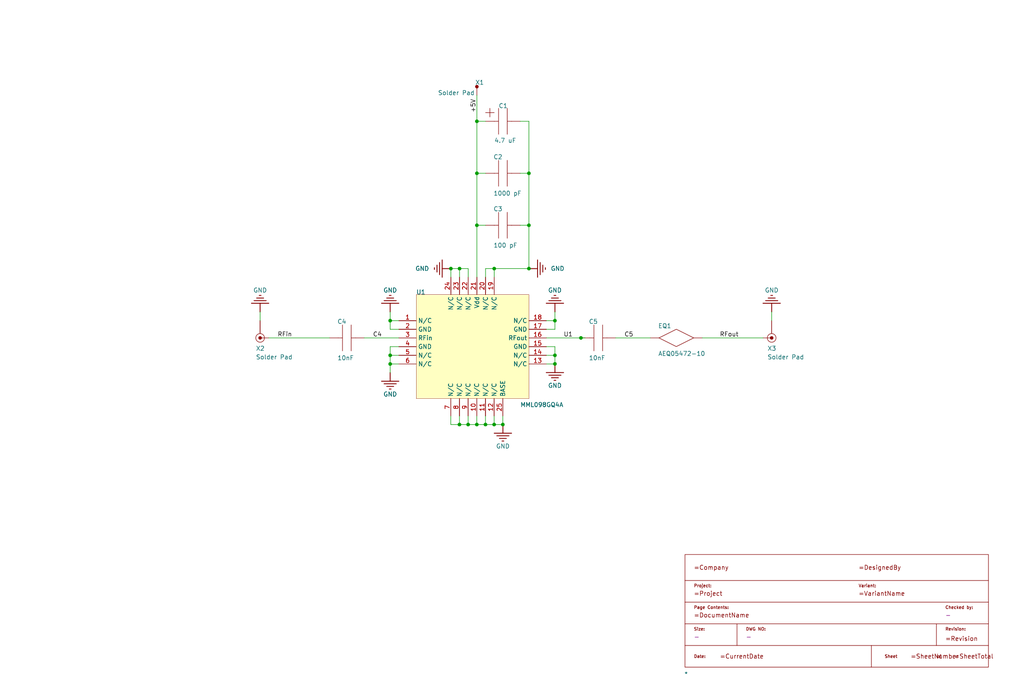
<source format=kicad_sch>
(kicad_sch (version 20250114) (generator "eeschema") (generator_version "9.0")
  (paper "User" 299.999 200)
  (lib_symbols
    (symbol "amp:root_0_C1000pF_GCM1885C1H102FA16D_amp.SchLib" (pin_numbers (hide yes)) (pin_names (hide yes))
      (symbol "root_0_C1000pF_GCM1885C1H102FA16D_amp.SchLib_1_0"
        (polyline (pts (xy -2.54 0) (xy -1.27 0) (xy -1.27 3.81) (xy -1.27 -3.81)))
        (polyline (pts (xy 2.54 0) (xy 1.27 0) (xy 1.27 3.81) (xy 1.27 -3.81)))
        (pin passive line (at -5.08 0 0) (length 2.54) (name "1") (number "1"))
        (pin passive line (at 5.08 0 180) (length 2.54) (name "2") (number "2"))
      )
    )
    (symbol "amp:root_0_C100pF_GRM1555C2A101FA01D_amp.SchLib" (pin_numbers (hide yes)) (pin_names (hide yes))
      (symbol "root_0_C100pF_GRM1555C2A101FA01D_amp.SchLib_1_0"
        (polyline (pts (xy -2.54 0) (xy -1.27 0) (xy -1.27 3.81) (xy -1.27 -3.81)))
        (polyline (pts (xy 2.54 0) (xy 1.27 0) (xy 1.27 3.81) (xy 1.27 -3.81)))
        (pin passive line (at -5.08 0 0) (length 2.54) (name "1") (number "1"))
        (pin passive line (at 5.08 0 180) (length 2.54) (name "2") (number "2"))
      )
    )
    (symbol "amp:root_0_C10nF_939113733510_amp.SchLib" (pin_numbers (hide yes)) (pin_names (hide yes))
      (symbol "root_0_C10nF_939113733510_amp.SchLib_1_0"
        (polyline (pts (xy -2.54 0) (xy -1.27 0) (xy -1.27 3.81) (xy -1.27 -3.81)))
        (polyline (pts (xy 2.54 0) (xy 1.27 0) (xy 1.27 3.81) (xy 1.27 -3.81)))
        (pin passive line (at -5.08 0 0) (length 2.54) (name "1") (number "1"))
        (pin passive line (at 5.08 0 180) (length 2.54) (name "2") (number "2"))
      )
    )
    (symbol "amp:root_0_C7_4uF_TH3A475K010C2900_amp.SchLib" (pin_numbers (hide yes)) (pin_names (hide yes))
      (symbol "root_0_C7_4uF_TH3A475K010C2900_amp.SchLib_1_0"
        (polyline (pts (xy -5.08 2.54) (xy -2.54 2.54)))
        (polyline (pts (xy -3.81 3.81) (xy -3.81 1.27)))
        (polyline (pts (xy -2.54 0) (xy -1.27 0) (xy -1.27 3.81) (xy -1.27 -3.81)))
        (polyline (pts (xy 2.54 0) (xy 1.27 0) (xy 1.27 3.81) (xy 1.27 -3.81)))
        (pin passive line (at -5.08 0 0) (length 2.54) (name "+") (number "1"))
        (pin passive line (at 5.08 0 180) (length 2.54) (name "2") (number "2"))
      )
    )
    (symbol "amp:root_0_EQ_AEQ05472-10_amp.SchLib" (pin_numbers (hide yes)) (pin_names (hide yes))
      (symbol "root_0_EQ_AEQ05472-10_amp.SchLib_1_0"
        (polyline (pts (xy -5.08 0) (xy 0 2.54) (xy 5.08 0) (xy 0 -2.54) (xy -5.08 0)))
        (pin passive line (at -7.62 0 0) (length 2.54) (name "1") (number "1"))
        (pin passive line (at 7.62 0 180) (length 2.54) (name "2") (number "2"))
      )
    )
    (symbol "amp:root_0_TitleBlock_amp.SchLib" (pin_numbers (hide yes)) (pin_names (hide yes))
      (symbol "root_0_TitleBlock_amp.SchLib_1_0"
        (polyline (pts (xy 0 25.4) (xy 88.9 25.4)))
        (polyline (pts (xy 0 19.05) (xy 88.9 19.05)))
        (polyline (pts (xy 0 12.7) (xy 88.9 12.7)))
        (polyline (pts (xy 0 6.35) (xy 88.9 6.35)))
        (polyline (pts (xy 0 0) (xy 88.9 0) (xy 88.9 33.02) (xy 0 33.02) (xy 0 0)))
        (polyline (pts (xy 15.24 6.35) (xy 15.24 12.7)))
        (polyline (pts (xy 54.61 0) (xy 54.61 6.35)))
        (polyline (pts (xy 73.66 6.35) (xy 73.66 12.7)))
        (text "=Company" (at 2.54 29.21 0) (effects (font (size 1.27 1.27)) (justify left)))
        (text "Project:" (at 2.54 23.368 0) (effects (font (size 0.889 0.889)) (justify left bottom)))
        (text "=Project" (at 2.54 21.59 0) (effects (font (size 1.27 1.27)) (justify left)))
        (text "Page Contents:" (at 2.54 17.018 0) (effects (font (size 0.889 0.889)) (justify left bottom)))
        (text "=DocumentName" (at 2.54 15.24 0) (effects (font (size 1.27 1.27)) (justify left)))
        (text "Size:" (at 2.54 10.668 0) (effects (font (size 0.889 0.889)) (justify left bottom)))
        (text "Date:" (at 2.54 3.175 0) (effects (font (size 0.889 0.889)) (justify left)))
        (text "=CurrentDate" (at 10.16 3.175 0) (effects (font (size 1.27 1.27)) (justify left)))
        (text "DWG NO:" (at 17.78 10.668 0) (effects (font (size 0.889 0.889)) (justify left bottom)))
        (text "=DesignedBy" (at 50.8 29.21 0) (effects (font (size 1.27 1.27)) (justify left)))
        (text "Variant:" (at 50.8 23.368 0) (effects (font (size 0.889 0.889)) (justify left bottom)))
        (text "=VariantName" (at 50.8 21.59 0) (effects (font (size 1.27 1.27)) (justify left)))
        (text "Sheet" (at 58.42 3.175 0) (effects (font (size 0.889 0.889)) (justify left)))
        (text "=SheetNumber" (at 66.04 3.175 0) (effects (font (size 1.27 1.27)) (justify left)))
        (text "of" (at 73.66 3.175 0) (effects (font (size 0.889 0.889)) (justify left)))
        (text "Checked by:" (at 76.2 17.018 0) (effects (font (size 0.889 0.889)) (justify left bottom)))
        (text "Revision:" (at 76.2 10.668 0) (effects (font (size 0.889 0.889)) (justify left bottom)))
        (text "=Revision" (at 76.2 7.62 0) (effects (font (size 1.27 1.27)) (justify left bottom)))
        (text "=SheetTotal" (at 78.74 3.175 0) (effects (font (size 1.27 1.27)) (justify left)))
      )
    )
    (symbol "amp:root_0_amp_MML098GQ4A_amp.SchLib"
      (symbol "root_0_amp_MML098GQ4A_amp.SchLib_1_0"
        (rectangle (start 38.1 7.62) (end 5.08 -22.86) (stroke (width 0.0254) (color 128 0 0 1)) (fill (type background)))
        (pin passive line (at 0 0 0) (length 5.08) (name "N/C") (number "1"))
        (pin power_in line (at 0 -2.54 0) (length 5.08) (name "GND") (number "2"))
        (pin input line (at 0 -5.08 0) (length 5.08) (name "RFin") (number "3"))
        (pin power_in line (at 0 -7.62 0) (length 5.08) (name "GND") (number "4"))
        (pin passive line (at 0 -10.16 0) (length 5.08) (name "N/C") (number "5"))
        (pin passive line (at 0 -12.7 0) (length 5.08) (name "N/C") (number "6"))
        (pin passive line (at 15.19 -27.915 90) (length 5.08) (name "N/C") (number "7"))
        (pin passive line (at 15.215 12.725 270) (length 5.08) (name "N/C") (number "24"))
        (pin passive line (at 17.73 -27.915 90) (length 5.08) (name "N/C") (number "8"))
        (pin passive line (at 17.755 12.725 270) (length 5.08) (name "N/C") (number "23"))
        (pin passive line (at 20.27 -27.915 90) (length 5.08) (name "N/C") (number "9"))
        (pin passive line (at 20.295 12.725 270) (length 5.08) (name "N/C") (number "22"))
        (pin passive line (at 22.81 -27.915 90) (length 5.08) (name "N/C") (number "10"))
        (pin power_in line (at 22.835 12.725 270) (length 5.08) (name "Vdd") (number "21"))
        (pin passive line (at 25.35 -27.915 90) (length 5.08) (name "N/C") (number "11"))
        (pin passive line (at 25.375 12.725 270) (length 5.08) (name "N/C") (number "20"))
        (pin passive line (at 27.89 -27.915 90) (length 5.08) (name "N/C") (number "12"))
        (pin passive line (at 27.915 12.725 270) (length 5.08) (name "N/C") (number "19"))
        (pin power_in line (at 30.43 -27.915 90) (length 5.08) (name "BASE") (number "25"))
        (pin passive line (at 43.18 0 180) (length 5.08) (name "N/C") (number "18"))
        (pin power_in line (at 43.18 -2.54 180) (length 5.08) (name "GND") (number "17"))
        (pin output line (at 43.18 -5.08 180) (length 5.08) (name "RFout") (number "16"))
        (pin power_in line (at 43.18 -7.62 180) (length 5.08) (name "GND") (number "15"))
        (pin passive line (at 43.18 -10.16 180) (length 5.08) (name "N/C") (number "14"))
        (pin passive line (at 43.18 -12.7 180) (length 5.08) (name "N/C") (number "13"))
      )
    )
    (symbol "amp:root_1_Solder Pad_amp.SchLib" (pin_numbers (hide yes)) (pin_names (hide yes))
      (symbol "root_1_Solder Pad_amp.SchLib_1_0"
        (circle (center 0 0) (radius 0.508) (stroke (width -0.0001)) (fill (type outline)))
        (pin passive line (at 0 -2.54 90) (length 2.54) (name "1") (number "1"))
      )
    )
    (symbol "amp:root_2_RF  CPW Solder Pad_amp.SchLib" (pin_numbers (hide yes)) (pin_names (hide yes))
      (symbol "root_2_RF  CPW Solder Pad_amp.SchLib_1_0"
        (circle (center 0 0) (radius 0.508) (stroke (width -0.0001)) (fill (type outline)))
        (circle (center 0 0) (radius 1.27))
        (pin passive line (at 0 5.08 270) (length 3.81) (name "2") (number "2"))
        (pin passive line (at 0 5.08 270) (length 3.81) (name "3") (number "3"))
        (pin passive line (at 2.54 0 180) (length 2.54) (name "1") (number "1"))
      )
    )
    (symbol "amp:root_2_mirrored_RF  CPW Solder Pad_amp.SchLib" (pin_numbers (hide yes)) (pin_names (hide yes))
      (symbol "root_2_mirrored_RF  CPW Solder Pad_amp.SchLib_1_0"
        (circle (center 0 0) (radius 0.508) (stroke (width -0.0001)) (fill (type outline)))
        (circle (center 0 0) (radius 1.27))
        (pin passive line (at -2.54 0 0) (length 2.54) (name "1") (number "1"))
        (pin passive line (at 0 5.08 270) (length 3.81) (name "2") (number "2"))
        (pin passive line (at 0 5.08 270) (length 3.81) (name "3") (number "3"))
      )
    )
    (symbol "amp_v2-altium-import:GND_POWER_GROUND" (power)
      (property "Value" "GND" (at 0 -6.35 0))
      (symbol "GND_POWER_GROUND_0_0"
        (polyline (pts (xy -2.54 -2.54) (xy 2.54 -2.54)) (stroke (width 0.254)))
        (polyline (pts (xy -1.778 -3.302) (xy 1.778 -3.302)) (stroke (width 0.254)))
        (polyline (pts (xy -1.016 -4.064) (xy 1.016 -4.064)) (stroke (width 0.254)))
        (polyline (pts (xy -0.254 -4.826) (xy 0.254 -4.826)) (stroke (width 0.254)))
        (polyline (pts (xy 0 0) (xy 0 -2.54)) (stroke (width 0.254)))
        (pin power_in line (at 0 0 0) (length 0) (hide yes) (name "GND") (number ""))
      )
    )
  )
  (junction (at 139.7 50.8))
  (junction (at 134.62 78.74))
  (junction (at 154.94 66.04))
  (junction (at 162.56 104.165))
  (junction (at 154.94 78.74))
  (junction (at 139.7 35.56))
  (junction (at 139.675 124.46))
  (junction (at 144.78 78.74))
  (junction (at 142.215 124.46))
  (junction (at 134.595 124.46))
  (junction (at 114.3 104.165))
  (junction (at 144.755 124.46))
  (junction (at 170.18 99.06))
  (junction (at 162.56 106.68))
  (junction (at 154.94 50.8))
  (junction (at 139.7 66.04))
  (junction (at 147.295 124.46))
  (junction (at 132.08 78.74))
  (junction (at 114.3 106.705))
  (junction (at 137.135 124.46))
  (junction (at 162.56 94.005))
  (junction (at 114.3 94.005))
  (wire (pts (xy 154.94 66.04) (xy 152.4 66.04)))
  (wire (pts (xy 162.56 101.625) (xy 160.045 101.625)))
  (wire (pts (xy 144.755 124.46) (xy 147.295 124.46)))
  (wire (pts (xy 144.78 81.28) (xy 144.78 78.74)))
  (wire (pts (xy 132.055 124.46) (xy 134.595 124.46)))
  (wire (pts (xy 226.06 93.98) (xy 226.06 91.44)))
  (wire (pts (xy 76.2 93.98) (xy 76.2 91.44)))
  (wire (pts (xy 116.865 94.005) (xy 114.3 94.005)))
  (wire (pts (xy 154.94 50.8) (xy 152.4 50.8)))
  (wire (pts (xy 154.94 35.56) (xy 152.4 35.56)))
  (wire (pts (xy 116.865 104.165) (xy 114.3 104.165)))
  (wire (pts (xy 162.56 106.705) (xy 162.56 106.68)))
  (wire (pts (xy 162.56 94.005) (xy 162.56 91.44)))
  (wire (pts (xy 114.3 96.545) (xy 116.865 96.545)))
  (wire (pts (xy 139.7 66.04) (xy 142.24 66.04)))
  (wire (pts (xy 116.865 99.06) (xy 116.865 99.085)))
  (wire (pts (xy 137.135 124.46) (xy 139.675 124.46)))
  (wire (pts (xy 134.595 124.46) (xy 137.135 124.46)))
  (wire (pts (xy 139.7 50.8) (xy 142.24 50.8)))
  (wire (pts (xy 134.62 81.28) (xy 134.62 78.74)))
  (wire (pts (xy 78.74 99.06) (xy 96.52 99.06)))
  (wire (pts (xy 139.675 121.92) (xy 139.675 124.46)))
  (wire (pts (xy 160.02 99.06) (xy 170.18 99.06)))
  (wire (pts (xy 142.215 121.92) (xy 142.215 124.46)))
  (wire (pts (xy 137.135 121.92) (xy 137.135 124.46)))
  (wire (pts (xy 114.3 94.005) (xy 114.3 91.44)))
  (wire (pts (xy 147.295 121.92) (xy 147.295 124.46)))
  (wire (pts (xy 132.08 81.28) (xy 132.08 78.74)))
  (wire (pts (xy 154.94 50.8) (xy 154.94 35.56)))
  (wire (pts (xy 147.295 124.46) (xy 147.32 124.46)))
  (wire (pts (xy 134.62 78.74) (xy 137.16 78.74)))
  (wire (pts (xy 139.7 50.8) (xy 139.7 35.56)))
  (wire (pts (xy 160.045 94.005) (xy 162.56 94.005)))
  (wire (pts (xy 137.16 78.74) (xy 137.16 81.28)))
  (wire (pts (xy 132.055 121.92) (xy 132.055 124.46)))
  (wire (pts (xy 116.865 106.705) (xy 114.3 106.705)))
  (wire (pts (xy 106.68 99.06) (xy 116.865 99.06)))
  (wire (pts (xy 139.7 35.56) (xy 142.24 35.56)))
  (wire (pts (xy 114.3 94.005) (xy 114.3 96.545)))
  (wire (pts (xy 114.3 109.22) (xy 114.3 106.705)))
  (wire (pts (xy 139.7 81.28) (xy 139.7 66.04)))
  (wire (pts (xy 180.34 99.06) (xy 190.5 99.06)))
  (wire (pts (xy 144.755 121.92) (xy 144.755 124.46)))
  (wire (pts (xy 114.3 106.705) (xy 114.3 104.165)))
  (wire (pts (xy 160.02 99.06) (xy 160.02 99.085)))
  (wire (pts (xy 139.675 124.46) (xy 142.215 124.46)))
  (wire (pts (xy 160.045 104.165) (xy 162.56 104.165)))
  (wire (pts (xy 162.56 104.165) (xy 162.56 101.625)))
  (wire (pts (xy 134.595 121.92) (xy 134.595 124.46)))
  (wire (pts (xy 205.74 99.06) (xy 223.52 99.06)))
  (wire (pts (xy 160.045 96.545) (xy 162.56 96.545)))
  (wire (pts (xy 154.94 66.04) (xy 154.94 78.74)))
  (wire (pts (xy 160.045 106.705) (xy 162.56 106.705)))
  (wire (pts (xy 142.24 78.74) (xy 144.78 78.74)))
  (wire (pts (xy 154.94 50.8) (xy 154.94 66.04)))
  (wire (pts (xy 162.56 106.68) (xy 162.56 104.165)))
  (wire (pts (xy 171.425 99.06) (xy 170.18 99.06)))
  (wire (pts (xy 162.56 96.545) (xy 162.56 94.005)))
  (wire (pts (xy 142.215 124.46) (xy 144.755 124.46)))
  (wire (pts (xy 114.3 104.165) (xy 114.3 101.625)))
  (wire (pts (xy 114.3 101.625) (xy 116.865 101.625)))
  (wire (pts (xy 144.78 78.74) (xy 154.94 78.74)))
  (wire (pts (xy 160.02 99.085) (xy 160.045 99.085)))
  (wire (pts (xy 139.7 27.94) (xy 139.7 35.56)))
  (wire (pts (xy 142.24 81.28) (xy 142.24 78.74)))
  (wire (pts (xy 139.7 50.8) (xy 139.7 66.04)))
  (wire (pts (xy 132.08 78.74) (xy 134.62 78.74)))
  (label "+5V" (at 139.7 33.02 90))
  (label "C5" (at 182.88 99.06 0))
  (label "C4" (at 109.22 99.06 0))
  (label "U1" (at 165.075 99.06 0))
  (label "RFout" (at 210.82 99.06 0))
  (label "RFin" (at 81.28 99.06 0))
  (symbol (lib_id "amp_v2-altium-import:GND_POWER_GROUND") (at 132.08 78.74 270) (unit 1)
    (property "Reference" "#PWR0102" (effects (hide yes)))
    (property "Value" "GND" (at 125.73 78.74 90) (effects (justify right)))
  )
  (symbol (lib_id "amp:root_0_C7_4uF_TH3A475K010C2900_amp.SchLib") (at 147.32 35.56 0) (unit 1)
    (property "Reference" "C1" (at 146.05 31.75 0) (effects (justify left bottom)))
    (property "Value" "4.7 uF" (at 144.78 41.91 0) (effects (justify left bottom)))
    (property "Footprint" "C4_7uF" (effects (hide yes)))
    (property "Description" "Tantalum Capacitor, Polarized, Tantalum (dry/solid), 10V, 10% +Tol, 10% -Tol, 4.7uF, Surface Mount, 1306" (effects (hide yes)))
    (property "SUPPLIER" "Future Electronics" (effects (hide yes)))
    (property "SUPPLIER PART NUMBER" "4924098" (effects (hide yes)))
    (property "MANUFACTURER" "Vishay Sprague" (effects (hide yes)))
    (property "MANUFACTURER PART NUMBER" "TH3A475K010C2900" (effects (hide yes)))
    (property "ROHS" "Yes" (effects (hide yes)))
    (property "CATEGORY" "Tantalum Capacitors" (effects (hide yes)))
    (property "STOCK" "2000" (effects (hide yes)))
    (property "PRICING" "2000=0.178, 4000=0.175, 6000=0.173, 8000=0.171, 10000=0.166 (USD)" (effects (hide yes)))
    (property "MOUNTING TECHNOLOGY" "Surface Mount" (effects (hide yes)))
    (property "PINS" "2" (effects (hide yes)))
    (property "DIELECTRIC MATERIAL" "Tantalum" (effects (hide yes)))
    (property "PACKAGE SHAPE" "Rectangular" (effects (hide yes)))
    (property "CASE/PACKAGE" "1206" (effects (hide yes)))
    (property "TERMINAL FINISH" "Tin" (effects (hide yes)))
    (property "MIN OPERATING TEMPERATURE" "-55°C" (effects (hide yes)))
    (property "MAX OPERATING TEMPERATURE" "150°C" (effects (hide yes)))
    (property "JESD-609 CODE" "e3" (effects (hide yes)))
    (property "POLARITY" "Polarized" (effects (hide yes)))
    (property "ALTIUM_VALUE" "4.7uF" (effects (hide yes)))
    (property "CAPACITOR TYPE" "Tantalum" (effects (hide yes)))
    (property "ESR (EQUIVALENT SERIES RESISTANCE)" "2.9R" (effects (hide yes)))
    (property "LEAKAGE CURRENT" "500nA" (effects (hide yes)))
    (property "TOLERANCE  (FILL IN AS +-)" "10%" (effects (hide yes)))
    (property "PACKAGE STYLE" "SMTMeter" (effects (hide yes)))
    (property "PACKAGING" "Tape and Reel" (effects (hide yes)))
    (property "TOLERANCE (FILL IN AS +-)" "10%" (effects (hide yes)))
    (property "RATED DC VOLTAGE (URDC)" "10V" (effects (hide yes)))
    (property "RIPPLE CURRENT" "160mA" (effects (hide yes)))
    (property "TAN DELTA" "0.06" (effects (hide yes)))
    (property "TERMINATION" "J BEND" (effects (hide yes)))
    (property "LENGTH" "3.2mm" (effects (hide yes)))
    (property "WIDTH" "1.6mm" (effects (hide yes)))
    (property "HEIGHT" "1.6mm" (effects (hide yes)))
    (property "REFERENCE STANDARD" "AEC-Q200" (effects (hide yes)))
    (property "REACH SVHC COMPLIANT" "Yes" (effects (hide yes)))
    (property "ROHS COMPLIANT" "Yes" (effects (hide yes)))
    (property "COMPONENTLINK1URL" "https://datasheet.ciiva.com:443/pdfs/VipMasterIC/IC/VISH/VISH-S-A0010085390/VISH-S-A0010085390-1.pdf?src-supplier=IHS+Markit" (effects (hide yes)))
    (property "COMPONENTLINK1DESCRIPTION" "https://datasheet.ciiva.com:443/pdfs/VipMasterIC/IC/VISH/VISH-S-A0010085390/VISH-S-A0010085390-1.pdf?src-supplier=IHS+Markit" (effects (hide yes)))
    (property "COMPONENTLINK2URL" "https://datasheet.ciiva.com/268/th3-268785.pdf?src-supplier=Digikey" (effects (hide yes)))
    (property "COMPONENTLINK2DESCRIPTION" "https://datasheet.ciiva.com/268/th3-268785.pdf?src-supplier=Digikey" (effects (hide yes)))
    (property "COMPONENTLINK3URL" "https://datasheet.ciiva.com/16360/th3-16360891.pdf?src-supplier=Future+Electronics" (effects (hide yes)))
    (property "COMPONENTLINK3DESCRIPTION" "https://datasheet.ciiva.com/16360/th3-16360891.pdf?src-supplier=Future+Electronics" (effects (hide yes)))
  )
  (symbol (lib_id "amp_v2-altium-import:GND_POWER_GROUND") (at 114.3 91.44 180) (unit 1)
    (property "Reference" "#PWR0104" (effects (hide yes)))
    (property "Value" "GND" (at 114.3 85.09 0))
  )
  (symbol (lib_id "amp:root_0_C10nF_939113733510_amp.SchLib") (at 175.26 99.06 0) (unit 1)
    (property "Reference" "C5" (at 172.466 94.996 0) (effects (justify left bottom)))
    (property "Value" "10nF" (at 172.466 105.664 0) (effects (justify left bottom)))
    (property "Footprint" "C10nF" (effects (hide yes)))
    (property "SUPPLIER" "Mouser" (effects (hide yes)))
    (property "SUPPLIER PART NUMBER" "961-939113733510" (effects (hide yes)))
    (property "MANUFACTURER" "Murata" (effects (hide yes)))
    (property "MANUFACTURER PART NUMBER" "939113733510" (effects (hide yes)))
    (property "ROHS" "No" (effects (hide yes)))
    (property "STOCK" "402" (effects (hide yes)))
    (property "PRICING" "1000=3.63, 10000=3.49 (USD)" (effects (hide yes)))
  )
  (symbol (lib_id "amp:root_0_EQ_AEQ05472-10_amp.SchLib") (at 198.12 99.06 0) (unit 1)
    (property "Reference" "EQ1" (at 192.786 96.266 0) (effects (justify left bottom)))
    (property "Value" "AEQ05472-10" (at 192.786 104.394 0) (effects (justify left bottom)))
    (property "Footprint" "EQ_AEQ05472" (effects (hide yes)))
    (property "Description" "Rf Filter Gain Equalizer 2SMD" (effects (hide yes)))
    (property "SUPPLIER" "Digikey" (effects (hide yes)))
    (property "SUPPLIER PART NUMBER" "1761-1006-ND" (effects (hide yes)))
    (property "MANUFACTURER" "Knowles Dielectric Labs" (effects (hide yes)))
    (property "MANUFACTURER PART NUMBER" "AEQ05472-10" (effects (hide yes)))
    (property "ROHS" "Yes" (effects (hide yes)))
    (property "STOCK" "390" (effects (hide yes)))
    (property "PRICING" "10=7.145, 20=6.5195, 30=6.203, 50=5.8498, 70=5.64214, 100=5.4415, 250=5.00556, 500=4.7401, 1000=4.51981 (USD)" (effects (hide yes)))
    (property "COMPONENTLINK1URL" "http://www.mouser.com/ds/2/110/Dielectriclaboratories_EW_Series-340573.pdf?src-supplier=Mouser" (effects (hide yes)))
    (property "COMPONENTLINK1DESCRIPTION" "http://www.mouser.com/ds/2/110/Dielectriclaboratories_EW_Series-340573.pdf?src-supplier=Mouser" (effects (hide yes)))
    (property "COMPONENTLINK2URL" "http://www.knowlescapacitors.com/getattachment/69df7735-7ed2-4c4f-903b-a99acda4fa2d/Gain-Equalizers.aspx?src-supplier=Digikey" (effects (hide yes)))
    (property "COMPONENTLINK2DESCRIPTION" "http://www.knowlescapacitors.com/getattachment/69df7735-7ed2-4c4f-903b-a99acda4fa2d/Gain-Equalizers.aspx?src-supplier=Digikey" (effects (hide yes)))
  )
  (symbol (lib_id "amp:root_1_Solder Pad_amp.SchLib") (at 139.7 25.4 0) (unit 1)
    (property "Reference" "X1" (at 139.192 24.892 0) (effects (justify left bottom)))
    (property "Value" "Solder Pad" (at 128.27 27.94 0) (effects (justify left bottom)))
    (property "Footprint" "Solder Pad" (effects (hide yes)))
    (property "Description" "Pad to solder wires to" (effects (hide yes)))
  )
  (symbol (lib_id "amp_v2-altium-import:GND_POWER_GROUND") (at 226.06 91.44 180) (unit 1)
    (property "Reference" "#PWR0107" (effects (hide yes)))
    (property "Value" "GND" (at 226.06 85.09 0))
  )
  (symbol (lib_id "amp_v2-altium-import:GND_POWER_GROUND") (at 114.3 109.22 0) (unit 1)
    (property "Reference" "#PWR0105" (effects (hide yes)))
    (property "Value" "GND" (at 114.3 115.57 0))
  )
  (symbol (lib_id "amp_v2-altium-import:GND_POWER_GROUND") (at 162.56 91.44 180) (unit 1)
    (property "Reference" "#PWR0108" (effects (hide yes)))
    (property "Value" "GND" (at 162.56 85.09 0))
  )
  (symbol (lib_id "amp_v2-altium-import:GND_POWER_GROUND") (at 154.94 78.74 90) (unit 1)
    (property "Reference" "#PWR0109" (effects (hide yes)))
    (property "Value" "GND" (at 161.29 78.74 90) (effects (justify right)))
  )
  (symbol (lib_id "amp_v2-altium-import:GND_POWER_GROUND") (at 76.2 91.44 180) (unit 1)
    (property "Reference" "#PWR0103" (effects (hide yes)))
    (property "Value" "GND" (at 76.2 85.09 0))
  )
  (symbol (lib_id "amp:root_0_C10nF_939113733510_amp.SchLib") (at 101.6 99.06 0) (unit 1)
    (property "Reference" "C4" (at 98.806 94.996 0) (effects (justify left bottom)))
    (property "Value" "10nF" (at 98.806 105.664 0) (effects (justify left bottom)))
    (property "Footprint" "C10nF" (effects (hide yes)))
    (property "SUPPLIER" "Mouser" (effects (hide yes)))
    (property "SUPPLIER PART NUMBER" "961-939113733510" (effects (hide yes)))
    (property "MANUFACTURER" "Murata" (effects (hide yes)))
    (property "MANUFACTURER PART NUMBER" "939113733510" (effects (hide yes)))
    (property "ROHS" "No" (effects (hide yes)))
    (property "STOCK" "402" (effects (hide yes)))
    (property "PRICING" "1000=3.63, 10000=3.49 (USD)" (effects (hide yes)))
  )
  (symbol (lib_id "amp:root_0_TitleBlock_amp.SchLib") (at 200.66 195.58 0) (unit 1)
    (property "Reference" "*" (at 200.406 198.374 0) (effects (justify left bottom)))
    (property "Value" "TitleBlock" (effects (hide yes)))
    (property "Description" "Standard Title Block" (effects (hide yes)))
    (property "DWG NO" "-" (at 218.44 186.69 0) (effects (justify left)))
    (property "SIZE" "-" (at 203.2 186.69 0) (effects (justify left)))
    (property "CHECKED BY" "-" (at 276.86 180.34 0) (effects (justify left)))
  )
  (symbol (lib_id "amp:root_2_RF  CPW Solder Pad_amp.SchLib") (at 76.2 99.06 0) (unit 1)
    (property "Reference" "X2" (at 74.93 102.87 0) (effects (justify left bottom)))
    (property "Value" "Solder Pad" (at 74.93 105.41 0) (effects (justify left bottom)))
    (property "Footprint" "CPW Edge Connector" (effects (hide yes)))
    (property "Description" "Solder pad for RF Coplanar Waveguide Rogers 4350B Thickness 0.020\" Copper 1oz" (effects (hide yes)))
  )
  (symbol (lib_id "amp:root_2_mirrored_RF  CPW Solder Pad_amp.SchLib") (at 226.06 99.06 0) (unit 1)
    (property "Reference" "X3" (at 224.79 102.87 0) (effects (justify left bottom)))
    (property "Value" "Solder Pad" (at 224.79 105.41 0) (effects (justify left bottom)))
    (property "Footprint" "CPW Edge Connector" (effects (hide yes)))
    (property "Description" "Solder pad for RF Coplanar Waveguide Rogers 4350B Thickness 0.020\" Copper 1oz" (effects (hide yes)))
  )
  (symbol (lib_id "amp:root_0_amp_MML098GQ4A_amp.SchLib") (at 116.865 94.005 0) (unit 1)
    (property "Reference" "U1" (at 121.92 86.36 0) (effects (justify left bottom)))
    (property "Value" "MML098GQ4A" (at 152.4 119.38 0) (effects (justify left bottom)))
    (property "Footprint" "amp_MML098GQ4A" (effects (hide yes)))
    (property "Description" "Low Noise Amplifier\r\nLow current consumption\r\nLow noise figure\r\nPb-free RoHS compliant QFN package\r\nUltra wideband performance\r\nPositive bias\r\nReady for Space Qualification" (effects (hide yes)))
    (property "FREQUENCY (GHZ)" "0.05-20.00" (effects (hide yes)))
    (property "GAIN (DB)" "23.00" (effects (hide yes)))
    (property "NOISE FIGURE (DB)" "2.3" (effects (hide yes)))
    (property "OUTPUT P1DB (DBM)" "12.00" (effects (hide yes)))
    (property "VOLTAGE (VDC)" "5.0" (effects (hide yes)))
    (property "CURRENT (MA)" "57" (effects (hide yes)))
    (property "MANUFACTURER PART NUMBER" "MML098GQ4A" (effects (hide yes)))
  )
  (symbol (lib_id "amp:root_0_C100pF_GRM1555C2A101FA01D_amp.SchLib") (at 147.32 66.04 0) (unit 1)
    (property "Reference" "C3" (at 144.526 61.976 0) (effects (justify left bottom)))
    (property "Value" "100 pF" (at 144.526 72.644 0) (effects (justify left bottom)))
    (property "Footprint" "C100pF" (effects (hide yes)))
    (property "Description" "Multilayer Ceramic Capacitors MLCC - SMD/SMT 100 pF 100 VDC 1% 0402 C0G (NP0)" (effects (hide yes)))
    (property "SUPPLIER" "Mouser" (effects (hide yes)))
    (property "SUPPLIER PART NUMBER" "81-GRM1555C2A11FA1D" (effects (hide yes)))
    (property "MANUFACTURER" "Murata" (effects (hide yes)))
    (property "MANUFACTURER PART NUMBER" "GRM1555C2A101FA01D" (effects (hide yes)))
    (property "ROHS" "No" (effects (hide yes)))
    (property "STOCK" "21646" (effects (hide yes)))
    (property "PRICING" "1=0.18, 10=0.119, 50=0.119, 100=0.06, 1000=0.039, 10000=0.035 (USD)" (effects (hide yes)))
  )
  (symbol (lib_id "amp_v2-altium-import:GND_POWER_GROUND") (at 147.32 124.46 0) (unit 1)
    (property "Reference" "#PWR0101" (effects (hide yes)))
    (property "Value" "GND" (at 147.32 130.81 0))
  )
  (symbol (lib_id "amp:root_0_C1000pF_GCM1885C1H102FA16D_amp.SchLib") (at 147.32 50.8 0) (unit 1)
    (property "Reference" "C2" (at 144.526 46.736 0) (effects (justify left bottom)))
    (property "Value" "1000 pF" (at 144.526 57.404 0) (effects (justify left bottom)))
    (property "Footprint" "C1000pF__C100nF" (effects (hide yes)))
    (property "Description" "Ceramic Capacitor, Multilayer, Ceramic, 50V, 1% +Tol, 1% -Tol, C0G, 30ppm/Cel TC, 0.001uF, Surface Mount, 0603" (effects (hide yes)))
    (property "SUPPLIER" "Mouser" (effects (hide yes)))
    (property "SUPPLIER PART NUMBER" "81-GCM1885C1H102FA6D" (effects (hide yes)))
    (property "MANUFACTURER" "Murata" (effects (hide yes)))
    (property "MANUFACTURER PART NUMBER" "GCM1885C1H102FA16D" (effects (hide yes)))
    (property "ROHS" "Yes" (effects (hide yes)))
    (property "CATEGORY" "Ceramic Capacitors" (effects (hide yes)))
    (property "STOCK" "27229" (effects (hide yes)))
    (property "PRICING" "1=0.35, 10=0.229, 50=0.229, 100=0.138, 1000=0.092, 10000=0.074 (USD)" (effects (hide yes)))
    (property "MOUNTING TECHNOLOGY" "Surface Mount" (effects (hide yes)))
    (property "PINS" "2" (effects (hide yes)))
    (property "DIELECTRIC MATERIAL" "Ceramic" (effects (hide yes)))
    (property "PACKAGE SHAPE" "Rectangular" (effects (hide yes)))
    (property "CASE/PACKAGE" "0603" (effects (hide yes)))
    (property "MIN OPERATING TEMPERATURE" "-55°C" (effects (hide yes)))
    (property "MAX OPERATING TEMPERATURE" "125°C" (effects (hide yes)))
    (property "ALTIUM_VALUE" "1nF" (effects (hide yes)))
    (property "CAPACITOR TYPE" "Ceramic" (effects (hide yes)))
    (property "MULTILAYER" "Yes" (effects (hide yes)))
    (property "TOLERANCE  (FILL IN AS +-)" "1%" (effects (hide yes)))
    (property "PACKAGING" "Tape and Reel" (effects (hide yes)))
    (property "TOLERANCE (FILL IN AS +-)" "1%" (effects (hide yes)))
    (property "RATED DC VOLTAGE (URDC)" "50V" (effects (hide yes)))
    (property "TEMPERATURE CHARACTERISTICS CODE" "C0G" (effects (hide yes)))
    (property "TERMINATION" "Wraparound" (effects (hide yes)))
    (property "REFERENCE STANDARD" "AEC-Q200" (effects (hide yes)))
    (property "REACH SVHC COMPLIANT" "Yes" (effects (hide yes)))
    (property "ROHS COMPLIANT" "Yes" (effects (hide yes)))
    (property "COMPONENTLINK1URL" "https://datasheet.ciiva.com:443/pdfs/VipMasterIC/IC/MURE/MURE-S-A0004370842/MURE-S-A0004372260-1.pdf?src-supplier=IHS+Markit" (effects (hide yes)))
    (property "COMPONENTLINK1DESCRIPTION" "https://datasheet.ciiva.com:443/pdfs/VipMasterIC/IC/MURE/MURE-S-A0004370842/MURE-S-A0004372260-1.pdf?src-supplier=IHS+Markit" (effects (hide yes)))
  )
  (symbol (lib_id "amp_v2-altium-import:GND_POWER_GROUND") (at 162.56 106.68 0) (unit 1)
    (property "Reference" "#PWR0106" (effects (hide yes)))
    (property "Value" "GND" (at 162.56 113.03 0))
  )
)
</source>
